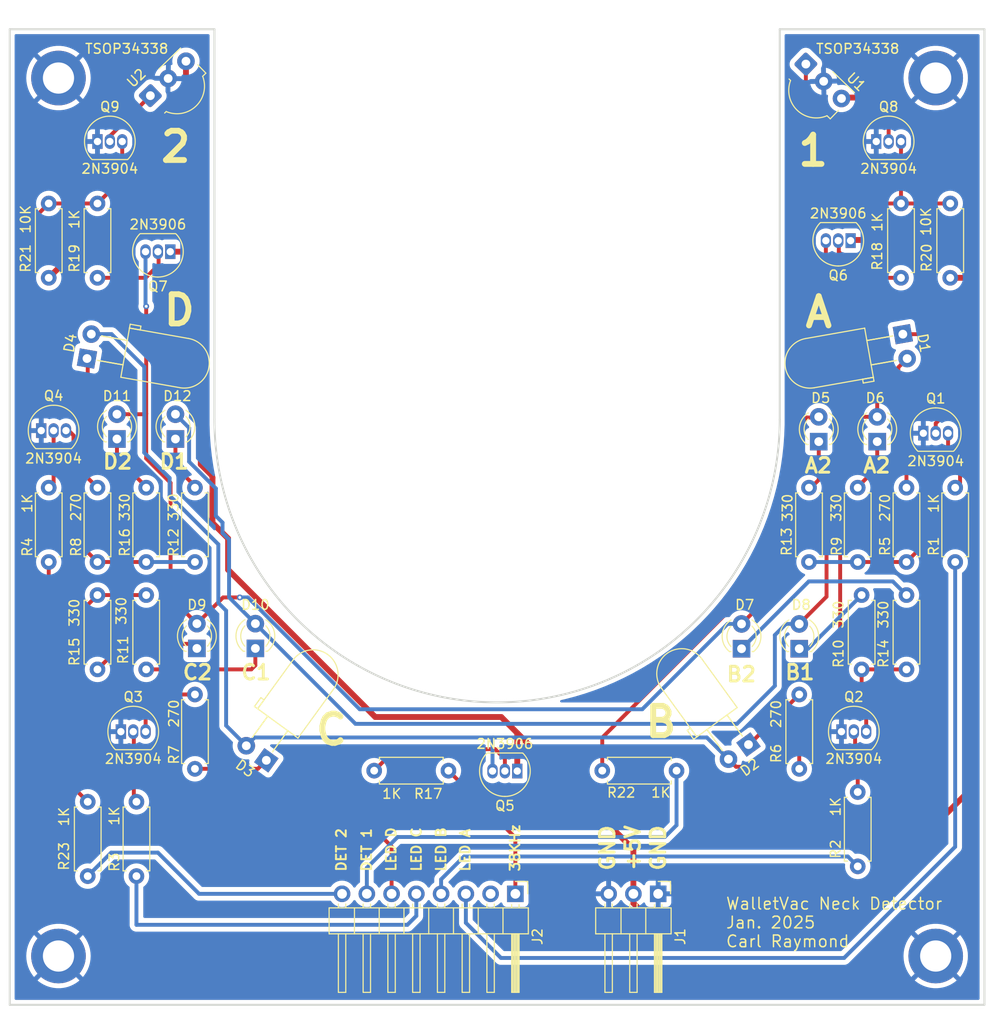
<source format=kicad_pcb>
(kicad_pcb (version 20240108) (generator "pcbnew") (generator_version "8.0")
  (layers (0 "F.Cu" signal) (31 "B.Cu" signal) (34 "B.Paste" user) (35 "F.Paste" user) (36 "B.SilkS" user "B.Silkscreen") (37 "F.SilkS" user "F.Silkscreen") (38 "B.Mask" user) (39 "F.Mask" user) (44 "Edge.Cuts" user))
  (net 0 "")
  (net 1 "Net-(D1-K)")
  (net 2 "Net-(D1-A)")
  (net 3 "Net-(D2-K)")
  (net 4 "Net-(D3-K)")
  (net 5 "Net-(D4-K)")
  (net 6 "Net-(D5-K)")
  (net 7 "Net-(D6-K)")
  (net 8 "Net-(D11-A)")
  (net 9 "Net-(D11-K)")
  (net 10 "Net-(D12-K)")
  (net 11 "+5V")
  (net 12 "GND")
  (net 13 "/DET1")
  (net 14 "/DET2")
  (net 15 "/38KHz")
  (net 16 "Net-(Q1-B)")
  (net 17 "Net-(Q1-C)")
  (net 18 "Net-(Q2-B)")
  (net 19 "Net-(Q2-C)")
  (net 20 "Net-(Q3-B)")
  (net 21 "Net-(Q3-C)")
  (net 22 "Net-(Q4-B)")
  (net 23 "Net-(Q5-B)")
  (net 24 "Net-(Q6-B)")
  (net 25 "Net-(Q7-B)")
  (net 26 "Net-(Q8-B)")
  (net 27 "Net-(D10-A)")
  (net 28 "Net-(D7-K)")
  (net 29 "Net-(D8-K)")
  (net 30 "Net-(D9-K)")
  (net 31 "Net-(D10-K)")
  (net 33 "Net-(Q4-C)")
  (net 34 "Net-(Q8-C)")
  (net 35 "Net-(Q9-B)")
  (net 36 "Net-(Q9-C)")
  (net 37 "/LED B")
  (net 38 "/LED D")
  (net 39 "/LED A")
  (net 40 "/LED C")
  (footprint "Resistor_THT:R_Axial_DIN0207_L6.3mm_D2.5mm_P7.62mm_Horizontal" (layer "F.Cu") (at 94 94.61 90)
    (property "Reference" "R4")
    (property "Value" "1K")
  )
  (footprint "LED_THT:LED_D3.0mm" (layer "F.Cu") (at 109.2 103.47 90)
    (property "Reference" "D9")
    (property "Value" "LED C2" (hide yes))
  )
  (footprint "Resistor_THT:R_Axial_DIN0207_L6.3mm_D2.5mm_P7.62mm_Horizontal" (layer "F.Cu") (at 109 115.81 90)
    (property "Reference" "R7")
    (property "Value" "270")
  )
  (footprint "Resistor_THT:R_Axial_DIN0207_L6.3mm_D2.5mm_P7.62mm_Horizontal" (layer "F.Cu") (at 187 94.61 90)
    (property "Reference" "R1")
    (property "Value" "1K")
  )
  (footprint "OptoDevice:Vishay_MOLD-3Pin" (layer "F.Cu") (at 171.67984 43.568181 -44)
    (property "Reference" "U1")
    (property "Value" "TSOP34338")
  )
  (footprint "MountingHole:MountingHole_3.2mm_M3_DIN965_Pad_TopBottom" (layer "F.Cu") (at 185 45)
    (property "Reference" "H2" (hide yes))
    (property "Value" "MountingHole" (hide yes))
  )
  (footprint "Resistor_THT:R_Axial_DIN0207_L6.3mm_D2.5mm_P7.62mm_Horizontal" (layer "F.Cu") (at 104 105.62 90)
    (property "Reference" "R11")
    (property "Value" "330")
  )
  (footprint "Package_TO_SOT_THT:TO-92_Inline" (layer "F.Cu") (at 101.4 112)
    (property "Reference" "Q3")
    (property "Value" "2N3904")
  )
  (footprint "Resistor_THT:R_Axial_DIN0207_L6.3mm_D2.5mm_P7.62mm_Horizontal" (layer "F.Cu") (at 99 105.62 90)
    (property "Reference" "R15")
    (property "Value" "330")
  )
  (footprint "LED_THT:LED_D3.0mm" (layer "F.Cu") (at 115.2 103.47 90)
    (property "Reference" "D10")
    (property "Value" "LED C1" (hide yes))
  )
  (footprint "Package_TO_SOT_THT:TO-92_Inline" (layer "F.Cu") (at 176.27 61.66685 180)
    (property "Reference" "Q6")
    (property "Value" "2N3906")
  )
  (footprint "LED_THT:LED_D3.0mm" (layer "F.Cu") (at 179 82.27 90)
    (property "Reference" "D6")
    (property "Value" "LED A1" (hide yes))
  )
  (footprint "MountingHole:MountingHole_3.2mm_M3_DIN965_Pad_TopBottom" (layer "F.Cu") (at 95 45)
    (property "Reference" "H1" (hide yes))
    (property "Value" "MountingHole" (hide yes))
  )
  (footprint "Resistor_THT:R_Axial_DIN0207_L6.3mm_D2.5mm_P7.62mm_Horizontal" (layer "F.Cu") (at 181.44 65.47685 90)
    (property "Reference" "R18")
    (property "Value" "1K")
  )
  (footprint "Resistor_THT:R_Axial_DIN0207_L6.3mm_D2.5mm_P7.62mm_Horizontal" (layer "F.Cu") (at 186.490492 65.47685 90)
    (property "Reference" "R20")
    (property "Value" "10K")
  )
  (footprint "LED_THT:LED_D3.0mm" (layer "F.Cu") (at 107 82 90)
    (property "Reference" "D12")
    (property "Value" "LED D1" (hide yes))
  )
  (footprint "Resistor_THT:R_Axial_DIN0207_L6.3mm_D2.5mm_P7.62mm_Horizontal" (layer "F.Cu") (at 99 86.99 -90)
    (property "Reference" "R8")
    (property "Value" "270")
  )
  (footprint "Connector_PinHeader_2.54mm:PinHeader_1x03_P2.54mm_Horizontal" (layer "F.Cu") (at 156.525 128.625 -90)
    (property "Reference" "J1")
    (property "Value" "Power")
  )
  (footprint "Resistor_THT:R_Axial_DIN0207_L6.3mm_D2.5mm_P7.62mm_Horizontal" (layer "F.Cu") (at 150.79 116)
    (property "Reference" "R22")
    (property "Value" "1K")
  )
  (footprint "LED_THT:LED_D3.0mm" (layer "F.Cu") (at 171 103.5 90)
    (property "Reference" "D8")
    (property "Value" "LED B1" (hide yes))
  )
  (footprint "Resistor_THT:R_Axial_DIN0207_L6.3mm_D2.5mm_P7.62mm_Horizontal" (layer "F.Cu") (at 109 86.99 -90)
    (property "Reference" "R12")
    (property "Value" "330")
  )
  (footprint "Package_TO_SOT_THT:TO-92_Inline" (layer "F.Cu") (at 183.73 81.41)
    (property "Reference" "Q1")
    (property "Value" "2N3904")
  )
  (footprint "Resistor_THT:R_Axial_DIN0207_L6.3mm_D2.5mm_P7.62mm_Horizontal" (layer "F.Cu") (at 171 108.19 -90)
    (property "Reference" "R6")
    (property "Value" "270")
  )
  (footprint "Resistor_THT:R_Axial_DIN0207_L6.3mm_D2.5mm_P7.62mm_Horizontal" (layer "F.Cu") (at 177 86.99 -90)
    (property "Reference" "R9")
    (property "Value" "330")
  )
  (footprint "Resistor_THT:R_Axial_DIN0207_L6.3mm_D2.5mm_P7.62mm_Horizontal" (layer "F.Cu") (at 135.01 116 180)
    (property "Reference" "R17")
    (property "Value" "1K")
  )
  (footprint "Connector_PinHeader_2.54mm:PinHeader_1x08_P2.54mm_Horizontal" (layer "F.Cu") (at 141.875 128.625 -90)
    (property "Reference" "J2")
    (property "Value" "Signal")
  )
  (footprint "LED_THT:LED_D5.0mm_Horizontal_O3.81mm_Z3.0mm" (layer "F.Cu") (at 116.324791 114.938146 144)
    (property "Reference" "D3")
    (property "Value" "IR LED C" (hide yes))
  )
  (footprint "LED_THT:LED_D3.0mm" (layer "F.Cu") (at 173 82.27 90)
    (property "Reference" "D5")
    (property "Value" "LED A2" (hide yes))
  )
  (footprint "Resistor_THT:R_Axial_DIN0207_L6.3mm_D2.5mm_P7.62mm_Horizontal" (layer "F.Cu") (at 103 126.81 90)
    (property "Reference" "R3")
    (property "Value" "1K")
  )
  (footprint "OptoDevice:Vishay_MOLD-3Pin" (layer "F.Cu") (at 104.425132 46.806457 44)
    (property "Reference" "U2")
    (property "Value" "TSOP34338")
  )
  (footprint "Resistor_THT:R_Axial_DIN0207_L6.3mm_D2.5mm_P7.62mm_Horizontal" (layer "F.Cu") (at 182 86.99 -90)
    (property "Reference" "R5")
    (property "Value" "270")
  )
  (footprint "Package_TO_SOT_THT:TO-92_Inline" (layer "F.Cu") (at 142.07 116.04 180)
    (property "Reference" "Q5")
    (property "Value" "2N3906")
  )
  (footprint "Package_TO_SOT_THT:TO-92_Inline" (layer "F.Cu") (at 175.33 112)
    (property "Reference" "Q2")
    (property "Value" "2N3904")
  )
  (footprint "Resistor_THT:R_Axial_DIN0207_L6.3mm_D2.5mm_P7.62mm_Horizontal" (layer "F.Cu") (at 94 65.47685 90)
    (property "Reference" "R21")
    (property "Value" "10K")
  )
  (footprint "Resistor_THT:R_Axial_DIN0207_L6.3mm_D2.5mm_P7.62mm_Horizontal" (layer "F.Cu") (at 104 86.99 -90)
    (property "Reference" "R16")
    (property "Value" "330")
  )
  (footprint "LED_THT:LED_D3.0mm" (layer "F.Cu") (at 101 82 90)
    (property "Reference" "D11")
    (property "Value" "LED D2" (hide yes))
  )
  (footprint "Package_TO_SOT_THT:TO-92_Inline" (layer "F.Cu") (at 106.47 62.8 180)
    (property "Reference" "Q7")
    (property "Value" "2N3906")
  )
  (footprint "Resistor_THT:R_Axial_DIN0207_L6.3mm_D2.5mm_P7.62mm_Horizontal" (layer "F.Cu") (at 99 65.47685 90)
    (property "Reference" "R19")
    (property "Value" "1K")
  )
  (footprint "Resistor_THT:R_Axial_DIN0207_L6.3mm_D2.5mm_P7.62mm_Horizontal" (layer "F.Cu") (at 98 119.19 -90)
    (property "Reference" "R23")
    (property "Value" "1K")
  )
  (footprint "MountingHole:MountingHole_3.2mm_M3_DIN965_Pad_TopBottom" (layer "F.Cu") (at 95 135)
    (property "Reference" "H3" (hide yes))
    (property "Value" "MountingHole" (hide yes))
  )
  (footprint "Package_TO_SOT_THT:TO-92_Inline" (layer "F.Cu") (at 178.9 51.50685)
    (property "Reference" "Q8")
    (property "Value" "2N3904")
  )
  (footprint "LED_THT:LED_D3.0mm" (layer "F.Cu") (at 165.08 103.5 90)
    (property "Reference" "D7")
    (property "Value" "LED B2" (hide yes))
  )
  (footprint "Resistor_THT:R_Axial_DIN0207_L6.3mm_D2.5mm_P7.62mm_Horizontal" (layer "F.Cu") (at 177 125.81 90)
    (property "Reference" "R2")
    (property "Value" "1K")
  )
  (footprint "LED_THT:LED_D5.0mm_Horizontal_O3.81mm_Z3.0mm" (layer "F.Cu") (at 181.629244 71.255267 -80)
    (property "Reference" "D1")
    (property "Value" "IR LED A" (hide yes))
  )
  (footprint "Resistor_THT:R_Axial_DIN0207_L6.3mm_D2.5mm_P7.62mm_Horizontal" (layer "F.Cu") (at 177.4 98 -90)
    (property "Reference" "R10")
    (property "Value" "330")
  )
  (footprint "Package_TO_SOT_THT:TO-92_Inline" (layer "F.Cu") (at 99 51.50685)
    (property "Reference" "Q9")
    (property "Value" "2N3904")
  )
  (footprint "Package_TO_SOT_THT:TO-92_Inline" (layer "F.Cu") (at 93.229156 81.14)
    (property "Reference" "Q4")
    (property "Value" "2N3904")
  )
  (footprint "MountingHole:MountingHole_3.2mm_M3_DIN965_Pad_TopBottom" (layer "F.Cu") (at 185 135)
    (property "Reference" "H4" (hide yes))
    (property "Value" "MountingHole" (hide yes))
  )
  (footprint "LED_THT:LED_D5.0mm_Horizontal_O3.81mm_Z3.0mm" (layer "F.Cu") (at 165.793475 113.325419 -144)
    (property "Reference" "D2")
    (property "Value" "IR LED B" (hide yes))
  )
  (footprint "Resistor_THT:R_Axial_DIN0207_L6.3mm_D2.5mm_P7.62mm_Horizontal" (layer "F.Cu") (at 172 86.99 -90)
    (property "Reference" "R13")
    (property "Value" "330")
  )
  (footprint "LED_THT:LED_D5.0mm_Horizontal_O3.81mm_Z3.0mm" (layer "F.Cu") (at 97.927479 73.750657 80)
    (property "Reference" "D4")
    (property "Value" "IR LED D" (hide yes))
  )
  (footprint "Resistor_THT:R_Axial_DIN0207_L6.3mm_D2.5mm_P7.62mm_Horizontal" (layer "F.Cu") (at 182 98 -90)
    (property "Reference" "R14")
    (property "Value" "330")
  )
  (gr_line (start 90 40) (end 90 140) (stroke (width 0.2)) (layer "Edge.Cuts"))
  (gr_line (start 169 40) (end 169 80) (stroke (width 0.2)) (layer "Edge.Cuts"))
  (gr_line (start 111 80) (end 111 40) (stroke (width 0.2)) (layer "Edge.Cuts"))
  (gr_line (start 190 40) (end 169 40) (stroke (width 0.2)) (layer "Edge.Cuts"))
  (gr_line (start 90 140) (end 190 140) (stroke (width 0.2)) (layer "Edge.Cuts"))
  (gr_line (start 190 140) (end 190 40) (stroke (width 0.2)) (layer "Edge.Cuts"))
  (gr_arc (start 169 80) (mid 140 109) (end 111 80) (stroke (width 0.2)) (layer "Edge.Cuts"))
  (gr_line (start 111 40) (end 90 40) (stroke (width 0.2)) (layer "Edge.Cuts"))
  (gr_text "A" (at 173 69 0) (layer "F.SilkS") (effects (font (size 3 3) (thickness 0.6) (bold yes))))
  (gr_text "D1" (at 105.2 85.2 0) (layer "F.SilkS") (effects (font (size 1.5 1.5) (thickness 0.3) (bold yes)) (justify left bottom)))
  (gr_text "LED C\n" (at 132.310956 126.439284 90) (layer "F.SilkS") (effects (font (size 1 1) (thickness 0.2) (bold yes)) (justify left bottom)))
  (gr_text "A2" (at 177.4 85.6 0) (layer "F.SilkS") (effects (font (size 1.5 1.5) (thickness 0.3) (bold yes)) (justify left bottom)))
  (gr_text "GND" (at 152.2 126.4 90) (layer "F.SilkS") (effects (font (size 1.5 1.5) (thickness 0.3) (bold yes)) (justify left bottom)))
  (gr_text "2" (at 105.2 53.8 0) (layer "F.SilkS") (effects (font (size 3 3) (thickness 0.6) (bold yes)) (justify left bottom)))
  (gr_text "B1" (at 169.4 106.8 0) (layer "F.SilkS") (effects (font (size 1.5 1.5) (thickness 0.3) (bold yes)) (justify left bottom)))
  (gr_text "LED A" (at 137.309362 126.439284 90) (layer "F.SilkS") (effects (font (size 1 1) (thickness 0.2) (bold yes)) (justify left bottom)))
  (gr_text "C" (at 123 111.8 0) (layer "F.SilkS") (effects (font (size 3 3) (thickness 0.6) (bold yes))))
  (gr_text "LED D" (at 129.719809 126.439284 90) (layer "F.SilkS") (effects (font (size 1 1) (thickness 0.2) (bold yes)) (justify left bottom)))
  (gr_text "D2" (at 99.4 85.2 0) (layer "F.SilkS") (effects (font (size 1.5 1.5) (thickness 0.3) (bold yes)) (justify left bottom)))
  (gr_text "GND" (at 157.4 126.4 90) (layer "F.SilkS") (effects (font (size 1.5 1.5) (thickness 0.3) (bold yes)) (justify left bottom)))
  (gr_text "C2" (at 107.6 106.8 0) (layer "F.SilkS") (effects (font (size 1.5 1.5) (thickness 0.3) (bold yes)) (justify left bottom)))
  (gr_text "C1" (at 113.6 106.8 0) (layer "F.SilkS") (effects (font (size 1.5 1.5) (thickness 0.3) (bold yes)) (justify left bottom)))
  (gr_text "B" (at 156.8 111 0) (layer "F.SilkS") (effects (font (size 3 3) (thickness 0.6) (bold yes))))
  (gr_text "WalletVac Neck Detector\nJan. 2025\nCarl Raymond" (at 163.4 134.2 0) (layer "F.SilkS") (effects (font (size 1.2 1.2)) (justify left bottom)))
  (gr_text "LED B" (at 134.835235 126.439284 90) (layer "F.SilkS") (effects (font (size 1 1) (thickness 0.2) (bold yes)) (justify left bottom)))
  (gr_text "DET 1" (at 127.19553 126.439284 90) (layer "F.SilkS") (effects (font (size 1 1) (thickness 0.2) (bold yes)) (justify left bottom)))
  (gr_text "DET 2\n" (at 124.604383 126.439284 90) (layer "F.SilkS") (effects (font (size 1 1) (thickness 0.2) (bold yes)) (justify left bottom)))
  (gr_text "A2" (at 171.4 85.6 0) (layer "F.SilkS") (effects (font (size 1.5 1.5) (thickness 0.3) (bold yes)) (justify left bottom)))
  (gr_text "B2" (at 163.4 107 0) (layer "F.SilkS") (effects (font (size 1.5 1.5) (thickness 0.3) (bold yes)) (justify left bottom)))
  (gr_text "1" (at 170.6 54.2 0) (layer "F.SilkS") (effects (font (size 3 3) (thickness 0.6) (bold yes)) (justify left bottom)))
  (gr_text "38KHz" (at 142.424789 126.439284 90) (layer "F.SilkS") (effects (font (size 1 1) (thickness 0.2) (bold yes)) (justify left bottom)))
  (gr_text "D" (at 107.4 68.8 0) (layer "F.SilkS") (effects (font (size 3 3) (thickness 0.6) (bold yes))))
  (gr_text "+5V" (at 154.8 126.4 90) (layer "F.SilkS") (effects (font (size 1.5 1.5) (thickness 0.3) (bold yes)) (justify left bottom)))
  (segment (start 183.255267 71.255267) (end 184.2 72.2) (width 0.4) (layer "F.Cu") (net 1))
  (segment (start 181.629244 71.255267) (end 183.255267 71.255267) (width 0.4) (layer "F.Cu") (net 1))
  (segment (start 184.2 72.2) (end 184.2 76.8) (width 0.4) (layer "F.Cu") (net 1))
  (segment (start 184.2 76.8) (end 182 79) (width 0.4) (layer "F.Cu") (net 1))
  (segment (start 182 79) (end 182 86.99) (width 0.4) (layer "F.Cu") (net 1))
  (segment (start 180 84.8) (end 180 87.2) (width 0.4) (layer "F.Cu") (net 2))
  (segment (start 164.520178 115.6) (end 163.738572 114.818394) (width 0.4) (layer "F.Cu") (net 2))
  (segment (start 180 87.2) (end 175.2 92) (width 0.4) (layer "F.Cu") (net 2))
  (segment (start 181.17031 83.62969) (end 180 84.8) (width 0.4) (layer "F.Cu") (net 2))
  (segment (start 175.2 92) (end 175.2 105.6) (width 0.4) (layer "F.Cu") (net 2))
  (segment (start 175.2 105.6) (end 174.2 106.6) (width 0.4) (layer "F.Cu") (net 2))
  (segment (start 182.07031 73.756679) (end 181.17031 74.656679) (width 0.4) (layer "F.Cu") (net 2))
  (segment (start 174.2 108) (end 166.6 115.6) (width 0.4) (layer "F.Cu") (net 2))
  (segment (start 181.17031 74.656679) (end 181.17031 83.62969) (width 0.4) (layer "F.Cu") (net 2))
  (segment (start 166.6 115.6) (end 164.520178 115.6) (width 0.4) (layer "F.Cu") (net 2))
  (segment (start 174.2 106.6) (end 174.2 108) (width 0.4) (layer "F.Cu") (net 2))
  (segment (start 139.6 112.6) (end 161.520178 112.6) (width 0.4) (layer "B.Cu") (net 2))
  (segment (start 112.2 111.375283) (end 114.269888 113.445171) (width 0.4) (layer "B.Cu") (net 2))
  (segment (start 106.4 86) (end 106.4 87.8) (width 0.4) (layer "B.Cu") (net 2))
  (segment (start 139.6 112.6) (end 115.115059 112.6) (width 0.4) (layer "B.Cu") (net 2))
  (segment (start 111.4 98.8) (end 112.2 99.6) (width 0.4) (layer "B.Cu") (net 2))
  (segment (start 139.53 116.04) (end 139.53 112.67) (width 0.4) (layer "B.Cu") (net 2))
  (segment (start 106.4 87.8) (end 111.4 92.8) (width 0.4) (layer "B.Cu") (net 2))
  (segment (start 103.8 83.4) (end 106.4 86) (width 0.4) (layer "B.Cu") (net 2))
  (segment (start 139.53 112.67) (end 139.6 112.6) (width 0.4) (layer "B.Cu") (net 2))
  (segment (start 98.368546 71.249245) (end 100.449245 71.249245) (width 0.4) (layer "B.Cu") (net 2))
  (segment (start 100.449245 71.249245) (end 103.8 74.6) (width 0.4) (layer "B.Cu") (net 2))
  (segment (start 103.8 74.6) (end 103.8 83.4) (width 0.4) (layer "B.Cu") (net 2))
  (segment (start 112.2 99.6) (end 112.2 111.375283) (width 0.4) (layer "B.Cu") (net 2))
  (segment (start 111.4 92.8) (end 111.4 98.8) (width 0.4) (layer "B.Cu") (net 2))
  (segment (start 115.115059 112.6) (end 114.269888 113.445171) (width 0.4) (layer "B.Cu") (net 2))
  (segment (start 161.520178 112.6) (end 163.738572 114.818394) (width 0.4) (layer "B.Cu") (net 2))
  (segment (start 165.864581 113.325419) (end 165.793475 113.325419) (width 0.4) (layer "F.Cu") (net 3))
  (segment (start 171 108.19) (end 165.864581 113.325419) (width 0.4) (layer "F.Cu") (net 3))
  (segment (start 115.452937 115.81) (end 116.324791 114.938146) (width 0.4) (layer "F.Cu") (net 4))
  (segment (start 109 115.81) (end 115.452937 115.81) (width 0.4) (layer "F.Cu") (net 4))
  (segment (start 99 86.99) (end 98 85.99) (width 0.4) (layer "F.Cu") (net 5))
  (segment (start 98 73.823178) (end 97.927479 73.750657) (width 0.4) (layer "F.Cu") (net 5))
  (segment (start 98 85.99) (end 98 73.823178) (width 0.4) (layer "F.Cu") (net 5))
  (segment (start 173 82.27) (end 173 86.19) (width 0.4) (layer "F.Cu") (net 6))
  (segment (start 173 86.19) (end 172 87.19) (width 0.4) (layer "F.Cu") (net 6))
  (segment (start 179 84.91) (end 176.92 86.99) (width 0.4) (layer "F.Cu") (net 7))
  (segment (start 179 82.27) (end 179 84.91) (width 0.4) (layer "F.Cu") (net 7))
  (segment (start 170.4 95.64) (end 165.08 100.96) (width 0.4) (layer "F.Cu") (net 8))
  (segment (start 113.6 98.241952) (end 111.888048 98.241952) (width 0.4) (layer "F.Cu") (net 8))
  (segment (start 103.94 79.46) (end 104 79.4) (width 0.4) (layer "F.Cu") (net 8))
  (segment (start 111.888048 98.241952) (end 109.2 100.93) (width 0.4) (layer "F.Cu") (net 8))
  (segment (start 106.5 98.23) (end 109.2 100.93) (width 0.4) (layer "F.Cu") (net 8))
  (segment (start 173 79.73) (end 172.93 79.8) (width 0.4) (layer "F.Cu") (net 8))
  (segment (start 171 80.6) (end 171 85.648528) (width 0.4) (layer "F.Cu") (net 8))
  (segment (start 104 84) (end 106.5 86.5) (width 0.4) (layer "F.Cu") (net 8))
  (segment (start 104 79.4) (end 104 84) (width 0.4) (layer "F.Cu") (net 8))
  (segment (start 101 79.46) (end 103.94 79.46) (width 0.4) (layer "F.Cu") (net 8))
  (segment (start 104 68.4) (end 104 79.4) (width 0.4) (layer "F.Cu") (net 8))
  (segment (start 171.8 79.8) (end 171 80.6) (width 0.4) (layer "F.Cu") (net 8))
  (segment (start 171 85.648528) (end 170.4 86.248528) (width 0.4) (layer "F.Cu") (net 8))
  (segment (start 170.4 86.248528) (end 170.4 95.64) (width 0.4) (layer "F.Cu") (net 8))
  (segment (start 172.93 79.8) (end 171.8 79.8) (width 0.4) (layer "F.Cu") (net 8))
  (segment (start 106.5 86.5) (end 106.5 98.23) (width 0.4) (layer "F.Cu") (net 8))
  (via (at 104 68.4) (size 0.6) (drill 0.3) (layers "F.Cu" "B.Cu") (net 8))
  (via (at 113.6 98.241952) (size 0.6) (drill 0.3) (layers "F.Cu" "B.Cu") (net 8))
  (segment (start 113.6 98.241952) (end 114.441952 98.241952) (width 0.4) (layer "B.Cu") (net 8))
  (segment (start 154.892402 109.707598) (end 163.64 100.96) (width 0.4) (layer "B.Cu") (net 8))
  (segment (start 163.64 100.96) (end 165.08 100.96) (width 0.4) (layer "B.Cu") (net 8))
  (segment (start 103.93 62.8) (end 103.93 68.33) (width 0.4) (layer "B.Cu") (net 8))
  (segment (start 103.93 68.33) (end 104 68.4) (width 0.4) (layer "B.Cu") (net 8))
  (segment (start 114.441952 98.241952) (end 125.907598 109.707598) (width 0.4) (layer "B.Cu") (net 8))
  (segment (start 125.907598 109.707598) (end 154.892402 109.707598) (width 0.4) (layer "B.Cu") (net 8))
  (segment (start 101 82) (end 101 83.91) (width 0.4) (layer "F.Cu") (net 9))
  (segment (start 101 83.91) (end 104.08 86.99) (width 0.4) (layer "F.Cu") (net 9))
  (segment (start 107 82) (end 107 84.83) (width 0.4) (layer "F.Cu") (net 10))
  (segment (start 107 84.83) (end 109.16 86.99) (width 0.4) (layer "F.Cu") (net 10))
  (segment (start 94 65.47685) (end 98.87685 60.6) (width 0.6) (layer "F.Cu") (net 11))
  (segment (start 181 47) (end 175.43113 47) (width 0.6) (layer "F.Cu") (net 11))
  (segment (start 108.079377 76.079377) (end 109.6 77.6) (width 0.6) (layer "F.Cu") (net 11))
  (segment (start 142.07 112.14337) (end 142.07 116.04) (width 0.6) (layer "F.Cu") (net 11))
  (segment (start 109.6 77.6) (end 109.6 84.6) (width 0.6) (layer "F.Cu") (net 11))
  (segment (start 175.43113 47) (end 175.334085 47.097045) (width 0.6) (layer "F.Cu") (net 11))
  (segment (start 109.6 84.6) (end 110.757505 85.757505) (width 0.6) (layer "F.Cu") (net 11))
  (segment (start 127.5 110.5) (end 140.426629 110.5) (width 0.6) (layer "F.Cu") (net 11))
  (segment (start 188.5 65.5) (end 188.5 65.25) (width 0.6) (layer "F.Cu") (net 11))
  (segment (start 153.985 129.585) (end 156.6 132.2) (width 0.6) (layer "F.Cu") (net 11))
  (segment (start 185 51) (end 181 47) (width 0.6) (layer "F.Cu") (net 11))
  (segment (start 112.4 92.2) (end 112.4 95.4) (width 0.6) (layer "F.Cu") (net 11))
  (segment (start 98.87685 60.6) (end 108.079377 60.6) (width 0.6) (layer "F.Cu") (net 11))
  (segment (start 188.47685 65.47685) (end 188.5 65.5) (width 0.6) (layer "F.Cu") (net 11))
  (segment (start 110.8 85.984832) (end 110.8 90.6) (width 0.6) (layer "F.Cu") (net 11))
  (segment (start 153.985 128.625) (end 153.985 129.585) (width 0.6) (layer "F.Cu") (net 11))
  (segment (start 108.079377 43.277593) (end 108.079377 62.8) (width 0.6) (layer "F.Cu") (net 11))
  (segment (start 112.4 95.4) (end 127.5 110.5) (width 0.6) (layer "F.Cu") (net 11))
  (segment (start 176.33685 61.6) (end 188.3 61.6) (width 0.6) (layer "F.Cu") (net 11))
  (segment (start 189 117.5) (end 189 79) (width 0.6) (layer "F.Cu") (net 11))
  (segment (start 176.27 61.66685) (end 176.33685 61.6) (width 0.6) (layer "F.Cu") (net 11))
  (segment (start 153.985 124.058371) (end 153.985 128.625) (width 0.6) (layer "F.Cu") (net 11))
  (segment (start 108.079377 62.8) (end 108.079377 76.079377) (width 0.6) (layer "F.Cu") (net 11))
  (segment (start 188.5 78.5) (end 188.5 65.5) (width 0.6) (layer "F.Cu") (net 11))
  (segment (start 106.47 62.8) (end 108.079377 62.8) (width 0.6) (layer "F.Cu") (net 11))
  (segment (start 140.426629 110.5) (end 153.985 124.058371) (width 0.6) (layer "F.Cu") (net 11))
  (segment (start 110.757505 85.757505) (end 110.8 85.984832) (width 0.6) (layer "F.Cu") (net 11))
  (segment (start 189 79) (end 188.5 78.5) (width 0.6) (layer "F.Cu") (net 11))
  (segment (start 188.5 65.25) (end 188.5 52) (width 0.6) (layer "F.Cu") (net 11))
  (segment (start 156.6 132.2) (end 174.3 132.2) (width 0.6) (layer "F.Cu") (net 11))
  (segment (start 186.490492 65.47685) (end 188.47685 65.47685) (width 0.6) (layer "F.Cu") (net 11))
  (segment (start 188.5 52) (end 187.5 51) (width 0.6) (layer "F.Cu") (net 11))
  (segment (start 174.3 132.2) (end 189 117.5) (width 0.6) (layer "F.Cu") (net 11))
  (segment (start 187.5 51) (end 185 51) (width 0.6) (layer "F.Cu") (net 11))
  (segment (start 110.8 90.6) (end 112.4 92.2) (width 0.6) (layer "F.Cu") (net 11))
  (segment (start 158.41 121.59) (end 157.2 122.8) (width 0.4) (layer "B.Cu") (net 13))
  (segment (start 126.635 125.965) (end 126.635 128.625) (width 0.4) (layer "B.Cu") (net 13))
  (segment (start 129.8 122.8) (end 126.635 125.965) (width 0.4) (layer "B.Cu") (net 13))
  (segment (start 158.41 116) (end 158.41 121.59) (width 0.4) (layer "B.Cu") (net 13))
  (segment (start 157.2 122.8) (end 129.8 122.8) (width 0.4) (layer "B.Cu") (net 13))
  (segment (start 98 126.81) (end 100.41 124.4) (width 0.4) (layer "B.Cu") (net 14))
  (segment (start 100.41 124.4) (end 105.2 124.4) (width 0.4) (layer "B.Cu") (net 14))
  (segment (start 109.425 128.625) (end 124.095 128.625) (width 0.4) (layer "B.Cu") (net 14))
  (segment (start 105.2 124.4) (end 109.425 128.625) (width 0.4) (layer "B.Cu") (net 14))
  (segment (start 141.875 122.865) (end 141.875 128.625) (width 0.4) (layer "F.Cu") (net 15))
  (segment (start 135.01 116) (end 141.875 122.865) (width 0.4) (layer "F.Cu") (net 15))
  (segment (start 186.8 79.6) (end 187.5 80.3) (width 0.4) (layer "F.Cu") (net 16))
  (segment (start 187.5 80.3) (end 187.5 86.49) (width 0.4) (layer "F.Cu") (net 16))
  (segment (start 187.5 86.49) (end 187 86.99) (width 0.4) (layer "F.Cu") (net 16))
  (segment (start 185.8 79.6) (end 186.8 79.6) (width 0.4) (layer "F.Cu") (net 16))
  (segment (start 185 81.41) (end 185 80.4) (width 0.4) (layer "F.Cu") (net 16))
  (segment (start 185 80.4) (end 185.8 79.6) (width 0.4) (layer "F.Cu") (net 16))
  (segment (start 184.5 92.11) (end 182 94.61) (width 0.4) (layer "F.Cu") (net 17))
  (segment (start 182 94.61) (end 176.92 94.61) (width 0.4) (layer "F.Cu") (net 17))
  (segment (start 186.27 81.41) (end 186.27 84.73) (width 0.4) (layer "F.Cu") (net 17))
  (segment (start 186.27 84.73) (end 184.5 86.5) (width 0.4) (layer "F.Cu") (net 17))
  (segment (start 184.5 86.5) (end 184.5 92.11) (width 0.4) (layer "F.Cu") (net 17))
  (segment (start 172 94.61) (end 176.92 94.61) (width 0.4) (layer "B.Cu") (net 17))
  (segment (start 177 115.2) (end 177 118.19) (width 0.4) (layer "F.Cu") (net 18))
  (segment (start 176.73 112) (end 176.73 114.93) (width 0.4) (layer "F.Cu") (net 18))
  (segment (start 176.73 114.93) (end 177 115.2) (width 0.4) (layer "F.Cu") (net 18))
  (segment (start 177.4 105.62) (end 177.4 108.2) (width 0.4) (layer "F.Cu") (net 19))
  (segment (start 177.4 109.2) (end 177.87 109.67) (width 0.4) (layer "F.Cu") (net 19))
  (segment (start 177.87 109.67) (end 177.87 112) (width 0.4) (layer "F.Cu") (net 19))
  (segment (start 171 113.2) (end 176 108.2) (width 0.4) (layer "F.Cu") (net 19))
  (segment (start 176 108.2) (end 177.4 108.2) (width 0.4) (layer "F.Cu") (net 19))
  (segment (start 171 115.81) (end 171 113.2) (width 0.4) (layer "F.Cu") (net 19))
  (segment (start 177.4 108.2) (end 177.4 109.2) (width 0.4) (layer "F.Cu") (net 19))
  (segment (start 182 105.62) (end 177 105.62) (width 0.4) (layer "F.Cu") (net 19))
  (segment (start 102.73 112) (end 102.73 118.92) (width 0.4) (layer "F.Cu") (net 20))
  (segment (start 102.73 118.92) (end 103 119.19) (width 0.4) (layer "F.Cu") (net 20))
  (segment (start 103.94 109.65) (end 105.4 108.19) (width 0.4) (layer "F.Cu") (net 21))
  (segment (start 96.5 100.5) (end 96.5 107.04) (width 0.4) (layer "F.Cu") (net 21))
  (segment (start 99.11 109.65) (end 103.94 109.65) (width 0.4) (layer "F.Cu") (net 21))
  (segment (start 103.94 112) (end 103.94 109.65) (width 0.4) (layer "F.Cu") (net 21))
  (segment (start 104.08 98) (end 99.08 98) (width 0.4) (layer "F.Cu") (net 21))
  (segment (start 96.5 107.04) (end 99.11 109.65) (width 0.4) (layer "F.Cu") (net 21))
  (segment (start 99 98) (end 96.5 100.5) (width 0.4) (layer "F.Cu") (net 21))
  (segment (start 105.4 108.19) (end 109 108.19) (width 0.4) (layer "F.Cu") (net 21))
  (segment (start 94.5 80.86) (end 94.5 86.49) (width 0.4) (layer "F.Cu") (net 22))
  (segment (start 94.5 86.49) (end 94 86.99) (width 0.4) (layer "F.Cu") (net 22))
  (segment (start 139.8 113.8) (end 140.8 114.8) (width 0.4) (layer "F.Cu") (net 23))
  (segment (start 127.39 116) (end 129.59 113.8) (width 0.4) (layer "F.Cu") (net 23))
  (segment (start 140.8 114.8) (end 140.8 116.04) (width 0.4) (layer "F.Cu") (net 23))
  (segment (start 129.59 113.8) (end 139.8 113.8) (width 0.4) (layer "F.Cu") (net 23))
  (segment (start 175.060492 62.81685) (end 177.720492 65.47685) (width 0.4) (layer "F.Cu") (net 24))
  (segment (start 175.060492 61.66685) (end 175.060492 62.81685) (width 0.4) (layer "F.Cu") (net 24))
  (segment (start 177.720492 65.47685) (end 181.44 65.47685) (width 0.4) (layer "F.Cu") (net 24))
  (segment (start 105.27 63) (end 105.27 64.15) (width 0.4) (layer "F.Cu") (net 25))
  (segment (start 103.94315 65.47685) (end 99 65.47685) (width 0.4) (layer "F.Cu") (net 25))
  (segment (start 105.27 64.15) (end 103.94315 65.47685) (width 0.4) (layer "F.Cu") (net 25))
  (segment (start 174 49.5) (end 180 49.5) (width 0.4) (layer "F.Cu") (net 26))
  (segment (start 171.67984 47.17984) (end 174 49.5) (width 0.4) (layer "F.Cu") (net 26))
  (segment (start 180.17 49.67) (end 180.17 51.50685) (width 0.4) (layer "F.Cu") (net 26))
  (segment (start 171.67984 43.568181) (end 171.67984 47.17984) (width 0.4) (layer "F.Cu") (net 26))
  (segment (start 180 49.5) (end 180.17 49.67) (width 0.4) (layer "F.Cu") (net 26))
  (segment (start 179 79.73) (end 177.27 79.73) (width 0.4) (layer "F.Cu") (net 27))
  (segment (start 177.27 79.73) (end 176.2 80.8) (width 0.4) (layer "F.Cu") (net 27))
  (segment (start 179 70.6) (end 179 79.73) (width 0.4) (layer "F.Cu") (net 27))
  (segment (start 176.2 80.8) (end 176.2 84.2) (width 0.4) (layer "F.Cu") (net 27))
  (segment (start 173.73 61.66685) (end 173.73 65.33) (width 0.4) (layer "F.Cu") (net 27))
  (segment (start 173.8 98.16) (end 171 100.96) (width 0.4) (layer "F.Cu") (net 27))
  (segment (start 176.2 84.2) (end 173.8 86.6) (width 0.4) (layer "F.Cu") (net 27))
  (segment (start 173.73 65.33) (end 179 70.6) (width 0.4) (layer "F.Cu") (net 27))
  (segment (start 173.8 86.6) (end 173.8 98.16) (width 0.4) (layer "F.Cu") (net 27))
  (segment (start 169.64 100.96) (end 168.5 102.1) (width 0.4) (layer "B.Cu") (net 27))
  (segment (start 112.501524 98.231524) (end 115.2 100.93) (width 0.4) (layer "B.Cu") (net 27))
  (segment (start 164.6 111.2) (end 125.47 111.2) (width 0.4) (layer "B.Cu") (net 27))
  (segment (start 107 79.46) (end 108.4 80.86) (width 0.4) (layer "B.Cu") (net 27))
  (segment (start 108.4 80.86) (end 108.4 84.322913) (width 0.4) (layer "B.Cu") (net 27))
  (segment (start 111.829929 90.570071) (end 111.829929 91.629929) (width 0.4) (layer "B.Cu") (net 27))
  (segment (start 111.829929 91.629929) (end 112.501524 92.301524) (width 0.4) (layer "B.Cu") (net 27))
  (segment (start 112.501524 92.301524) (end 112.501524 98.231524) (width 0.4) (layer "B.Cu") (net 27))
  (segment (start 111.145576 89.885719) (end 111.829929 90.570071) (width 0.4) (layer "B.Cu") (net 27))
  (segment (start 111.145576 87.068489) (end 111.145576 89.885719) (width 0.4) (layer "B.Cu") (net 27))
  (segment (start 168.5 102.1) (end 168.5 107.3) (width 0.4) (layer "B.Cu") (net 27))
  (segment (start 108.4 84.322913) (end 111.145576 87.068489) (width 0.4) (layer "B.Cu") (net 27))
  (segment (start 168.5 107.3) (end 164.6 111.2) (width 0.4) (layer "B.Cu") (net 27))
  (segment (start 125.47 111.2) (end 115.2 100.93) (width 0.4) (layer "B.Cu") (net 27))
  (segment (start 171 100.96) (end 169.64 100.96) (width 0.4) (layer "B.Cu") (net 27))
  (segment (start 171.98 96.6) (end 165.08 103.5) (width 0.4) (layer "B.Cu") (net 28))
  (segment (start 180.6 96.6) (end 171.98 96.6) (width 0.4) (layer "B.Cu") (net 28))
  (segment (start 182 98) (end 180.6 96.6) (width 0.4) (layer "B.Cu") (net 28))
  (segment (start 171.9 103.5) (end 177.4 98) (width 0.4) (layer "B.Cu") (net 29))
  (segment (start 171 103.5) (end 171.9 103.5) (width 0.4) (layer "B.Cu") (net 29))
  (segment (start 108.8 103) (end 101.62 103) (width 0.4) (layer "F.Cu") (net 30))
  (segment (start 109.2 103.4) (end 108.8 103) (width 0.4) (layer "F.Cu") (net 30))
  (segment (start 101.62 103) (end 99 105.62) (width 0.4) (layer "F.Cu") (net 30))
  (segment (start 109.2 103.47) (end 109.2 103.4) (width 0.4) (layer "F.Cu") (net 30))
  (segment (start 115.2 105.2) (end 115.2 103.47) (width 0.4) (layer "F.Cu") (net 31))
  (segment (start 114.78 105.62) (end 115.2 105.2) (width 0.4) (layer "F.Cu") (net 31))
  (segment (start 104 105.62) (end 114.78 105.62) (width 0.4) (layer "F.Cu") (net 31))
  (segment (start 96.54 81.63) (end 96.54 92.15) (width 0.4) (layer "F.Cu") (net 33))
  (segment (start 95.77 80.86) (end 96.54 81.63) (width 0.4) (layer "F.Cu") (net 33))
  (segment (start 96.54 92.15) (end 99 94.61) (width 0.4) (layer "F.Cu") (net 33))
  (segment (start 104.08 94.61) (end 99 94.61) (width 0.4) (layer "F.Cu") (net 33))
  (segment (start 104.08 94.61) (end 109.16 94.61) (width 0.4) (layer "B.Cu") (net 33))
  (segment (start 170 61.6) (end 173.74315 57.85685) (width 0.4) (layer "F.Cu") (net 34))
  (segment (start 169.4 94) (end 169.4 86) (width 0.4) (layer "F.Cu") (net 34))
  (segment (start 181.44 51.50685) (end 181.44 57.85685) (width 0.4) (layer "F.Cu") (net 34))
  (segment (start 173.74315 57.85685) (end 181.44 57.85685) (width 0.4) (layer "F.Cu") (net 34))
  (segment (start 170 85.4) (end 170 61.6) (width 0.4) (layer "F.Cu") (net 34))
  (segment (start 169.4 86) (end 170 85.4) (width 0.4) (layer "F.Cu") (net 34))
  (segment (start 150.79 112.61) (end 169.4 94) (width 0.4) (layer "F.Cu") (net 34))
  (segment (start 150.79 116) (end 150.79 112.61) (width 0.4) (layer "F.Cu") (net 34))
  (segment (start 181.44 57.85685) (end 186.490492 57.85685) (width 0.4) (layer "F.Cu") (net 34))
  (segment (start 100.27 50.961589) (end 100.27 51.50685) (width 0.4) (layer "F.Cu") (net 35))
  (segment (start 104.425132 46.806457) (end 100.27 50.961589) (width 0.4) (layer "F.Cu") (net 35))
  (segment (start 92 113.19) (end 98 119.19) (width 0.4) (layer "F.Cu") (net 36))
  (segment (start 99 57.85685) (end 94 57.85685) (width 0.4) (layer "F.Cu") (net 36))
  (segment (start 92 59.85685) (end 92 113.19) (width 0.4) (layer "F.Cu") (net 36))
  (segment (start 94 57.85685) (end 92 59.85685) (width 0.4) (layer "F.Cu") (net 36))
  (segment (start 101.54 55.31685) (end 99 57.85685) (width 0.4) (layer "F.Cu") (net 36))
  (segment (start 101.54 51.50685) (end 101.54 55.31685) (width 0.4) (layer "F.Cu") (net 36))
  (segment (start 175.99 124.8) (end 136.6 124.8) (width 0.4) (layer "B.Cu") (net 37))
  (segment (start 136.6 124.8) (end 134.255 127.145) (width 0.4) (layer "B.Cu") (net 37))
  (segment (start 177 125.81) (end 175.99 124.8) (width 0.4) (layer "B.Cu") (net 37))
  (segment (start 134.255 127.145) (end 134.255 128.625) (width 0.4) (layer "B.Cu") (net 37))
  (segment (start 94 111) (end 94 94.61) (width 0.4) (layer "F.Cu") (net 38))
  (segment (start 127.4 122) (end 100 122) (width 0.4) (layer "F.Cu") (net 38))
  (segment (start 100 122) (end 100 117) (width 0.4) (layer "F.Cu") (net 38))
  (segment (start 129.175 128.625) (end 129.175 123.775) (width 0.4) (layer "F.Cu") (net 38))
  (segment (start 100 117) (end 94 111) (width 0.4) (layer "F.Cu") (net 38))
  (segment (start 129.175 123.775) (end 127.4 122) (width 0.4) (layer "F.Cu") (net 38))
  (segment (start 136.795 128.625) (end 136.795 131.595) (width 0.4) (layer "B.Cu") (net 39))
  (segment (start 187 123.8) (end 187 94.61) (width 0.4) (layer "B.Cu") (net 39))
  (segment (start 140.4 135.2) (end 175.6 135.2) (width 0.4) (layer "B.Cu") (net 39))
  (segment (start 136.795 131.595) (end 140.4 135.2) (width 0.4) (layer "B.Cu") (net 39))
  (segment (start 175.6 135.2) (end 187 123.8) (width 0.4) (layer "B.Cu") (net 39))
  (segment (start 103 126.81) (end 103 131.8) (width 0.4) (layer "B.Cu") (net 40))
  (segment (start 130.8 131.8) (end 131.715 130.885) (width 0.4) (layer "B.Cu") (net 40))
  (segment (start 103 131.8) (end 130.8 131.8) (width 0.4) (layer "B.Cu") (net 40))
  (segment (start 131.715 130.885) (end 131.715 128.625) (width 0.4) (layer "B.Cu") (net 40))
  (zone (net 12) (net_name "GND") (layer "B.Cu") (connect_pads (clearance 0.5)) (min_thickness 0.25) (fill yes (thermal_gap 0.5) (thermal_bridge_width 0.5))
    (polygon (pts (xy 191 142) (xy 89 142) (xy 89 37) (xy 191 37)))
  )
)
</source>
